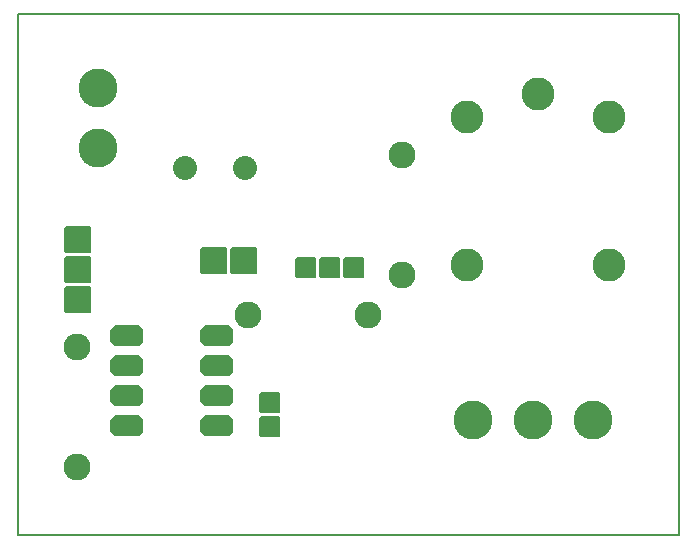
<source format=gbr>
G04 PROTEUS RS274X GERBER FILE*
%FSLAX45Y45*%
%MOMM*%
G01*
%ADD21C,3.302000*%
%ADD14C,2.032000*%
%AMPPAD014*
4,1,36,
1.016000,-1.143000,
-1.016000,-1.143000,
-1.041970,-1.140470,
-1.065980,-1.133200,
-1.087580,-1.121650,
-1.106290,-1.106290,
-1.121650,-1.087570,
-1.133200,-1.065980,
-1.140470,-1.041970,
-1.143000,-1.016000,
-1.143000,1.016000,
-1.140470,1.041970,
-1.133200,1.065980,
-1.121650,1.087570,
-1.106290,1.106290,
-1.087580,1.121650,
-1.065980,1.133200,
-1.041970,1.140470,
-1.016000,1.143000,
1.016000,1.143000,
1.041970,1.140470,
1.065980,1.133200,
1.087580,1.121650,
1.106290,1.106290,
1.121650,1.087570,
1.133200,1.065980,
1.140470,1.041970,
1.143000,1.016000,
1.143000,-1.016000,
1.140470,-1.041970,
1.133200,-1.065980,
1.121650,-1.087570,
1.106290,-1.106290,
1.087580,-1.121650,
1.065980,-1.133200,
1.041970,-1.140470,
1.016000,-1.143000,
0*%
%ADD22PPAD014*%
%AMPPAD015*
4,1,8,
1.397000,0.509600,
1.397000,-0.509600,
1.017600,-0.889000,
-1.017600,-0.889000,
-1.397000,-0.509600,
-1.397000,0.509600,
-1.017600,0.889000,
1.017600,0.889000,
1.397000,0.509600,
0*%
%ADD23PPAD015*%
%AMPPAD016*
4,1,36,
1.143000,1.016000,
1.143000,-1.016000,
1.140470,-1.041970,
1.133200,-1.065980,
1.121650,-1.087580,
1.106290,-1.106290,
1.087570,-1.121650,
1.065980,-1.133200,
1.041970,-1.140470,
1.016000,-1.143000,
-1.016000,-1.143000,
-1.041970,-1.140470,
-1.065980,-1.133200,
-1.087570,-1.121650,
-1.106290,-1.106290,
-1.121650,-1.087580,
-1.133200,-1.065980,
-1.140470,-1.041970,
-1.143000,-1.016000,
-1.143000,1.016000,
-1.140470,1.041970,
-1.133200,1.065980,
-1.121650,1.087580,
-1.106290,1.106290,
-1.087570,1.121650,
-1.065980,1.133200,
-1.041970,1.140470,
-1.016000,1.143000,
1.016000,1.143000,
1.041970,1.140470,
1.065980,1.133200,
1.087570,1.121650,
1.106290,1.106290,
1.121650,1.087580,
1.133200,1.065980,
1.140470,1.041970,
1.143000,1.016000,
0*%
%ADD24PPAD016*%
%ADD25C,2.286000*%
%AMPPAD018*
4,1,36,
-0.762000,0.889000,
0.762000,0.889000,
0.787970,0.886470,
0.811980,0.879200,
0.833580,0.867650,
0.852290,0.852290,
0.867650,0.833570,
0.879200,0.811980,
0.886470,0.787970,
0.889000,0.762000,
0.889000,-0.762000,
0.886470,-0.787970,
0.879200,-0.811980,
0.867650,-0.833570,
0.852290,-0.852290,
0.833580,-0.867650,
0.811980,-0.879200,
0.787970,-0.886470,
0.762000,-0.889000,
-0.762000,-0.889000,
-0.787970,-0.886470,
-0.811980,-0.879200,
-0.833580,-0.867650,
-0.852290,-0.852290,
-0.867650,-0.833570,
-0.879200,-0.811980,
-0.886470,-0.787970,
-0.889000,-0.762000,
-0.889000,0.762000,
-0.886470,0.787970,
-0.879200,0.811980,
-0.867650,0.833570,
-0.852290,0.852290,
-0.833580,0.867650,
-0.811980,0.879200,
-0.787970,0.886470,
-0.762000,0.889000,
0*%
%ADD26PPAD018*%
%ADD27C,2.794000*%
%ADD17C,0.203200*%
D21*
X-4157980Y+2080260D03*
X-4157980Y+1572260D03*
D14*
X-2913920Y+1404620D03*
X-3421920Y+1404620D03*
D22*
X-2921000Y+612140D03*
X-3175000Y+612140D03*
D23*
X-3149600Y-784860D03*
X-3149600Y-530860D03*
X-3149600Y-276860D03*
X-3149600Y-22860D03*
X-3911600Y-22860D03*
X-3911600Y-276860D03*
X-3911600Y-530860D03*
X-3911600Y-784860D03*
D24*
X-4328160Y+797560D03*
X-4328160Y+543560D03*
X-4328160Y+289560D03*
D25*
X-4338320Y-1130300D03*
X-4338320Y-114300D03*
D26*
X-2705100Y-587400D03*
X-2705100Y-787400D03*
D25*
X-1874520Y+154940D03*
X-2890520Y+154940D03*
D26*
X-2397760Y+558800D03*
X-2194560Y+558800D03*
X-1991360Y+558800D03*
D25*
X-1584960Y+500380D03*
X-1584960Y+1516380D03*
D27*
X+168200Y+1832000D03*
X-1031800Y+1832000D03*
X-431800Y+2032000D03*
X-1031800Y+582000D03*
X+168200Y+582000D03*
D21*
X+30480Y-728980D03*
X-477520Y-728980D03*
X-985520Y-728980D03*
D17*
X-4838700Y-1701800D02*
X+759460Y-1701800D01*
X+759460Y+2705100D01*
X-4838700Y+2705100D01*
X-4838700Y-1701800D01*
M02*

</source>
